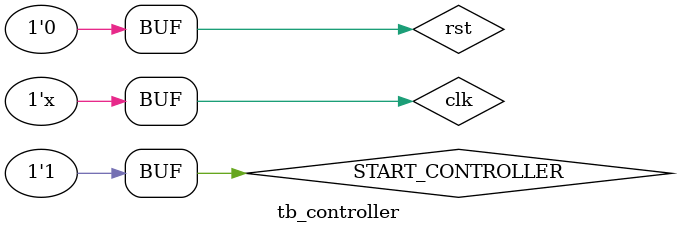
<source format=v>
`timescale 1ns / 1ps


module tb_controller();

    // Testbench signals
    reg clk;                            // Clock signal
    reg rst;                            // Reset signal
    reg START_CONTROLLER;               // Start signal for matrix multiplication
    wire DONE;                          // Done signal to indicate completion
	 wire signed [31:0] Result_0;
	 wire signed [31:0] Result_1;
	 wire signed [31:0] Result_2;
	 wire signed [31:0] Result_3;
	 wire signed [31:0] Result_4;
	 wire signed [31:0] Result_5;
	 wire signed [31:0] Result_6;
	 wire signed [31:0] Result_7;
	 wire signed [31:0] Result_8;

    // Instantiate the Controller module
    controller uut (
        .clk(clk),
        .rst(rst),
        .START_CONTROLLER(START_CONTROLLER),
        .DONE(DONE),
        .Result_0(Result_0),
		  .Result_1(Result_1),
		  .Result_2(Result_2),
		  .Result_3(Result_3),
		  .Result_4(Result_4),
		  .Result_5(Result_5),
		  .Result_6(Result_6),
		  .Result_7(Result_7),
		  .Result_8(Result_8)
    );

    // Clock generation (50MHz clock, 20ns period)
    always #10 clk = ~clk;
    
	 // Test stimulus
    initial begin
        // Initialize inputs
        clk = 1'b0;
        rst = 1'b1;
        START_CONTROLLER = 1'b0;
        
        #2;
        rst = 1'b0;
        #1;
        START_CONTROLLER = 1'b1;
         
    end

endmodule

</source>
